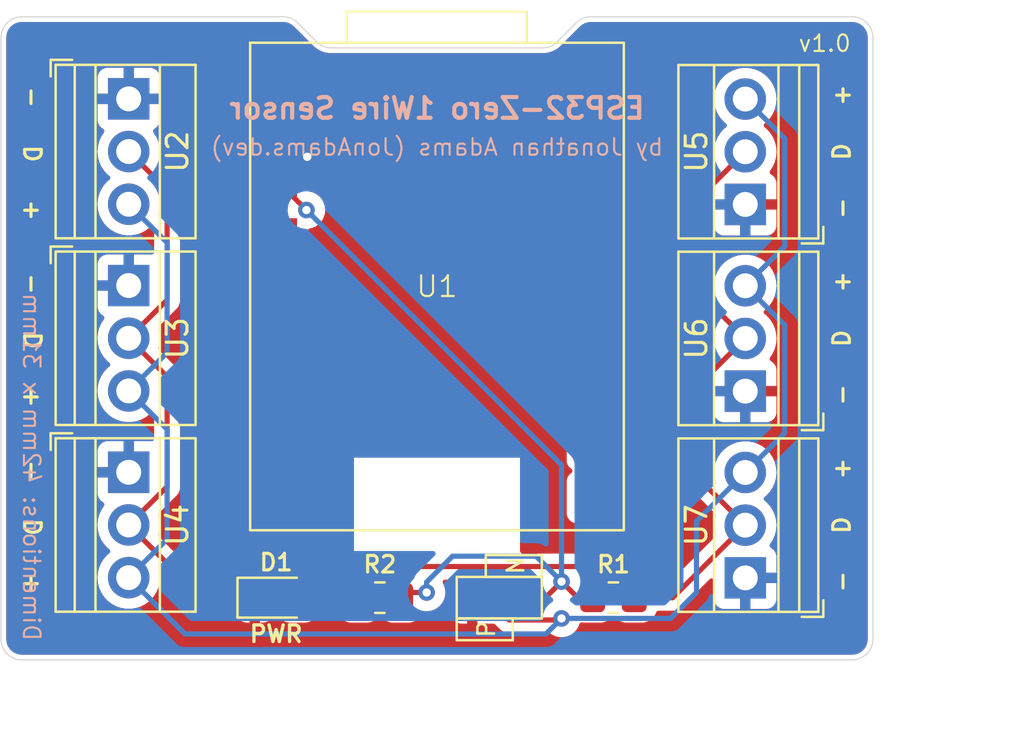
<source format=kicad_pcb>
(kicad_pcb (version 20240108) (generator "pcbnew") (generator_version "8.0")
  (title_block (rev "1.0"))
  (layers (0 "F.Cu" signal) (31 "B.Cu" signal) (34 "B.Paste" user) (35 "F.Paste" user) (36 "B.SilkS" user "B.Silkscreen") (37 "F.SilkS" user "F.Silkscreen") (38 "B.Mask" user) (39 "F.Mask" user) (44 "Edge.Cuts" user))
  (net 0 "")
  (net 1 "+3.3V")
  (net 2 "GND")
  (net 3 "1W_PWR")
  (net 4 "1W_DATA")
  (net 20 "Net-(D1-A)")
  (footprint "Jumper:SolderJumper-3_P1.3mm_Bridged12_Pad1.0x1.5mm_NumberLabels" (layer "F.Cu") (at 123 88.5 180)
    (property "Reference" "JP1" (hide yes))
    (property "Value" "SolderJumper_3_Bridged12")
    (fp_poly (pts (xy -0.9 -0.3) (xy -0.4 -0.3) (xy -0.4 0.3) (xy -0.9 0.3)) (fill solid) (layer "F.Cu"))
    (fp_line (start 2.05 1) (end -2.05 1) (stroke (width 0.12)) (layer "F.SilkS"))
    (fp_line (start 2.05 -1) (end 2.05 1) (stroke (width 0.12)) (layer "F.SilkS"))
    (fp_line (start -2.05 1) (end -2.05 -1) (stroke (width 0.12)) (layer "F.SilkS"))
    (fp_line (start -2.05 -1) (end 2.05 -1) (stroke (width 0.12)) (layer "F.SilkS"))
    (pad "1" smd rect (at -1.3 0 180) (size 1 1.5) (layers "F.Cu" "F.Mask") (net 1 "+3.3V"))
    (pad "2" smd rect (at 0 0 180) (size 1 1.5) (layers "F.Cu" "F.Mask") (net 3 "1W_PWR"))
    (pad "3" smd rect (at 1.3 0 180) (size 1 1.5) (layers "F.Cu" "F.Mask") (net 2 "GND"))
  )
  (footprint "Resistor_SMD:R_0805_2012Metric_Pad1.20x1.40mm_HandSolder" (layer "F.Cu") (at 117.25 88.5 180)
    (property "Reference" "R2" (at 0 1.6 180) (layer "F.SilkS") (effects (font (size 0.8 0.8))))
    (property "Value" "75")
    (fp_line (start -0.227064 0.735) (end 0.227064 0.735) (stroke (width 0.12)) (layer "F.SilkS"))
    (fp_line (start -0.227064 -0.735) (end 0.227064 -0.735) (stroke (width 0.12)) (layer "F.SilkS"))
    (pad "1" smd roundrect (at -1 0 180) (size 1.2 1.4) (layers "F.Cu" "F.Paste" "F.Mask") (roundrect_rratio 0.208333) (net 1 "+3.3V"))
    (pad "2" smd roundrect (at 1 0 180) (size 1.2 1.4) (layers "F.Cu" "F.Paste" "F.Mask") (roundrect_rratio 0.208333) (net 20 "Net-(D1-A)"))
  )
  (footprint "LED_SMD:LED_0805_2012Metric_Pad1.15x1.40mm_HandSolder" (layer "F.Cu") (at 112.25 88.5)
    (property "Reference" "D1" (at 0 -1.7 0) (layer "F.SilkS") (effects (font (size 0.8 0.8))))
    (property "Value" "LED")
    (fp_line (start -1.86 -0.96) (end -1.86 0.96) (stroke (width 0.12)) (layer "F.SilkS"))
    (fp_line (start -1.86 0.96) (end 1 0.96) (stroke (width 0.12)) (layer "F.SilkS"))
    (fp_line (start 1 -0.96) (end -1.86 -0.96) (stroke (width 0.12)) (layer "F.SilkS"))
    (pad "1" smd roundrect (at -1.024999 0) (size 1.15 1.4) (layers "F.Cu" "F.Paste" "F.Mask") (roundrect_rratio 0.217391) (net 2 "GND"))
    (pad "2" smd roundrect (at 1.024999 0) (size 1.15 1.4) (layers "F.Cu" "F.Paste" "F.Mask") (roundrect_rratio 0.217391) (net 20 "Net-(D1-A)"))
  )
  (footprint "TerminalBlock:TerminalBlock_Xinya_XY308-2.54-3P_1x03_P2.54mm_Horizontal" (layer "F.Cu") (at 105.15 73.455 -90)
    (property "Reference" "U3" (at 2.54 -2.35 90) (layer "F.SilkS"))
    (property "Value" "DS18B20")
    (fp_line (start -1.88 3.76) (end -1.08 3.76) (stroke (width 0.12)) (layer "F.SilkS"))
    (fp_line (start -1.64 3.52) (end 6.721 3.52) (stroke (width 0.12)) (layer "F.SilkS"))
    (fp_line (start -1.88 2.72) (end -1.88 3.76) (stroke (width 0.12)) (layer "F.SilkS"))
    (fp_line (start -1.64 2.6) (end 6.721 2.6) (stroke (width 0.12)) (layer "F.SilkS"))
    (fp_line (start -1.64 1.6) (end 6.721 1.6) (stroke (width 0.12)) (layer "F.SilkS"))
    (fp_line (start -1.64 -1.501) (end 6.721 -1.501) (stroke (width 0.12)) (layer "F.SilkS"))
    (fp_line (start -1.64 -3.22) (end -1.64 3.52) (stroke (width 0.12)) (layer "F.SilkS"))
    (fp_line (start -1.64 -3.22) (end 6.721 -3.22) (stroke (width 0.12)) (layer "F.SilkS"))
    (fp_line (start 6.721 -3.22) (end 6.721 3.52) (stroke (width 0.12)) (layer "F.SilkS"))
    (pad "1" thru_hole rect (at 0 0 270) (size 2 2) (drill 1.2) (layers "*.Cu" "*.Mask") (net 2 "GND"))
    (pad "2" thru_hole circle (at 2.54 0 270) (size 2 2) (drill 1.2) (layers "*.Cu" "*.Mask") (net 4 "1W_DATA"))
    (pad "3" thru_hole circle (at 5.08 0 270) (size 2 2) (drill 1.2) (layers "*.Cu" "*.Mask") (net 3 "1W_PWR"))
  )
  (footprint "TerminalBlock:TerminalBlock_Xinya_XY308-2.54-3P_1x03_P2.54mm_Horizontal" (layer "F.Cu") (at 134.85 78.545 90)
    (property "Reference" "U6" (at 2.54 -2.35 -90) (layer "F.SilkS"))
    (property "Value" "DS18B20")
    (fp_line (start 6.721 -3.22) (end 6.721 3.52) (stroke (width 0.12)) (layer "F.SilkS"))
    (fp_line (start -1.64 -3.22) (end 6.721 -3.22) (stroke (width 0.12)) (layer "F.SilkS"))
    (fp_line (start -1.64 -3.22) (end -1.64 3.52) (stroke (width 0.12)) (layer "F.SilkS"))
    (fp_line (start -1.64 -1.501) (end 6.721 -1.501) (stroke (width 0.12)) (layer "F.SilkS"))
    (fp_line (start -1.64 1.6) (end 6.721 1.6) (stroke (width 0.12)) (layer "F.SilkS"))
    (fp_line (start -1.64 2.6) (end 6.721 2.6) (stroke (width 0.12)) (layer "F.SilkS"))
    (fp_line (start -1.88 2.72) (end -1.88 3.76) (stroke (width 0.12)) (layer "F.SilkS"))
    (fp_line (start -1.64 3.52) (end 6.721 3.52) (stroke (width 0.12)) (layer "F.SilkS"))
    (fp_line (start -1.88 3.76) (end -1.08 3.76) (stroke (width 0.12)) (layer "F.SilkS"))
    (pad "1" thru_hole rect (at 0 0 90) (size 2 2) (drill 1.2) (layers "*.Cu" "*.Mask") (net 2 "GND"))
    (pad "2" thru_hole circle (at 2.54 0 90) (size 2 2) (drill 1.2) (layers "*.Cu" "*.Mask") (net 4 "1W_DATA"))
    (pad "3" thru_hole circle (at 5.08 0 90) (size 2 2) (drill 1.2) (layers "*.Cu" "*.Mask") (net 3 "1W_PWR"))
  )
  (footprint "TerminalBlock:TerminalBlock_Xinya_XY308-2.54-3P_1x03_P2.54mm_Horizontal" (layer "F.Cu") (at 134.85 87.545 90)
    (property "Reference" "U7" (at 2.54 -2.35 -90) (layer "F.SilkS"))
    (property "Value" "DS18B20")
    (fp_line (start 6.721 -3.22) (end 6.721 3.52) (stroke (width 0.12)) (layer "F.SilkS"))
    (fp_line (start -1.64 -3.22) (end 6.721 -3.22) (stroke (width 0.12)) (layer "F.SilkS"))
    (fp_line (start -1.64 -3.22) (end -1.64 3.52) (stroke (width 0.12)) (layer "F.SilkS"))
    (fp_line (start -1.64 -1.501) (end 6.721 -1.501) (stroke (width 0.12)) (layer "F.SilkS"))
    (fp_line (start -1.64 1.6) (end 6.721 1.6) (stroke (width 0.12)) (layer "F.SilkS"))
    (fp_line (start -1.64 2.6) (end 6.721 2.6) (stroke (width 0.12)) (layer "F.SilkS"))
    (fp_line (start -1.88 2.72) (end -1.88 3.76) (stroke (width 0.12)) (layer "F.SilkS"))
    (fp_line (start -1.64 3.52) (end 6.721 3.52) (stroke (width 0.12)) (layer "F.SilkS"))
    (fp_line (start -1.88 3.76) (end -1.08 3.76) (stroke (width 0.12)) (layer "F.SilkS"))
    (pad "1" thru_hole rect (at 0 0 90) (size 2 2) (drill 1.2) (layers "*.Cu" "*.Mask") (net 2 "GND"))
    (pad "2" thru_hole circle (at 2.54 0 90) (size 2 2) (drill 1.2) (layers "*.Cu" "*.Mask") (net 4 "1W_DATA"))
    (pad "3" thru_hole circle (at 5.08 0 90) (size 2 2) (drill 1.2) (layers "*.Cu" "*.Mask") (net 3 "1W_PWR"))
  )
  (footprint "Waveshare-ESP32:Waveshare-ESP32-C6-Zero" (layer "F.Cu") (at 120 73.5)
    (property "Reference" "U1" (at 0 0 0) (layer "F.SilkS") (effects (font (thickness 0.1))))
    (property "Value" "~")
    (fp_rect (start -9 -11.75) (end 9 11.75) (stroke (width 0.12)) (fill none) (layer "F.SilkS"))
    (fp_rect (start -4.35 -11.75) (end 4.33 -13.25) (stroke (width 0.1)) (fill none) (layer "F.SilkS"))
    (pad "1" smd rect (at -8.24 -10.16) (size 3 1.5) (layers "F.Cu" "F.Paste" "F.Mask"))
    (pad "2" smd rect (at -8.24 -7.62) (size 3 1.5) (layers "F.Cu" "F.Paste" "F.Mask") (net 2 "GND"))
    (pad "3" smd rect (at -8.24 -5.08) (size 3 1.5) (layers "F.Cu" "F.Paste" "F.Mask") (net 1 "+3.3V"))
    (pad "4" smd rect (at -8.24 -2.54) (size 3 1.5) (layers "F.Cu" "F.Paste" "F.Mask"))
    (pad "5" smd rect (at -8.24 0) (size 3 1.5) (layers "F.Cu" "F.Paste" "F.Mask"))
    (pad "6" smd rect (at -8.24 2.54) (size 3 1.5) (layers "F.Cu" "F.Paste" "F.Mask"))
    (pad "7" smd rect (at -8.24 5.08) (size 3 1.5) (layers "F.Cu" "F.Paste" "F.Mask"))
    (pad "8" smd rect (at -8.24 7.62) (size 3 1.5) (layers "F.Cu" "F.Paste" "F.Mask"))
    (pad "9" smd rect (at -8.24 10.16) (size 3 1.5) (layers "F.Cu" "F.Paste" "F.Mask"))
    (pad "10" smd rect (at 8.25 10.16) (size 3 1.5) (layers "F.Cu" "F.Paste" "F.Mask") (net 4 "1W_DATA"))
    (pad "11" smd rect (at 8.25 7.62) (size 3 1.5) (layers "F.Cu" "F.Paste" "F.Mask"))
    (pad "12" smd rect (at 8.25 5.08) (size 3 1.5) (layers "F.Cu" "F.Paste" "F.Mask"))
    (pad "13" smd rect (at 8.25 2.54) (size 3 1.5) (layers "F.Cu" "F.Paste" "F.Mask"))
    (pad "14" smd rect (at 8.25 0) (size 3 1.5) (layers "F.Cu" "F.Paste" "F.Mask"))
    (pad "15" smd rect (at 8.25 -2.54) (size 3 1.5) (layers "F.Cu" "F.Paste" "F.Mask"))
    (pad "16" smd rect (at 8.25 -5.08) (size 3 1.5) (layers "F.Cu" "F.Paste" "F.Mask"))
    (pad "17" smd rect (at 8.25 -7.62) (size 3 1.5) (layers "F.Cu" "F.Paste" "F.Mask"))
    (pad "18" smd rect (at 8.25 -10.16) (size 3 1.5) (layers "F.Cu" "F.Paste" "F.Mask"))
    (zone (net 0) (net_name "") (layers "*.Cu") (connect_pads (clearance 0)) (min_thickness 0.25)
      (keepout (tracks not_allowed) (vias not_allowed) (pads not_allowed) (copperpour not_allowed) (footprints not_allowed))
      (fill (thermal_gap 0.5) (thermal_bridge_width 0.5))
      (polygon (pts (xy 116 81.75) (xy 124 81.75) (xy 124 86.25) (xy 116 86.25)))
    )
  )
  (footprint "TerminalBlock:TerminalBlock_Xinya_XY308-2.54-3P_1x03_P2.54mm_Horizontal" (layer "F.Cu") (at 105.15 82.455 -90)
    (property "Reference" "U4" (at 2.54 -2.35 90) (layer "F.SilkS"))
    (property "Value" "DS18B20")
    (fp_line (start -1.88 3.76) (end -1.08 3.76) (stroke (width 0.12)) (layer "F.SilkS"))
    (fp_line (start -1.64 3.52) (end 6.721 3.52) (stroke (width 0.12)) (layer "F.SilkS"))
    (fp_line (start -1.88 2.72) (end -1.88 3.76) (stroke (width 0.12)) (layer "F.SilkS"))
    (fp_line (start -1.64 2.6) (end 6.721 2.6) (stroke (width 0.12)) (layer "F.SilkS"))
    (fp_line (start -1.64 1.6) (end 6.721 1.6) (stroke (width 0.12)) (layer "F.SilkS"))
    (fp_line (start -1.64 -1.501) (end 6.721 -1.501) (stroke (width 0.12)) (layer "F.SilkS"))
    (fp_line (start -1.64 -3.22) (end -1.64 3.52) (stroke (width 0.12)) (layer "F.SilkS"))
    (fp_line (start -1.64 -3.22) (end 6.721 -3.22) (stroke (width 0.12)) (layer "F.SilkS"))
    (fp_line (start 6.721 -3.22) (end 6.721 3.52) (stroke (width 0.12)) (layer "F.SilkS"))
    (pad "1" thru_hole rect (at 0 0 270) (size 2 2) (drill 1.2) (layers "*.Cu" "*.Mask") (net 2 "GND"))
    (pad "2" thru_hole circle (at 2.54 0 270) (size 2 2) (drill 1.2) (layers "*.Cu" "*.Mask") (net 4 "1W_DATA"))
    (pad "3" thru_hole circle (at 5.08 0 270) (size 2 2) (drill 1.2) (layers "*.Cu" "*.Mask") (net 3 "1W_PWR"))
  )
  (footprint "Resistor_SMD:R_0805_2012Metric_Pad1.20x1.40mm_HandSolder" (layer "F.Cu") (at 128.5 88.5)
    (property "Reference" "R1" (at 0 -1.6 180) (layer "F.SilkS") (effects (font (size 0.8 0.8))))
    (property "Value" "4k7")
    (fp_line (start -0.227064 -0.735) (end 0.227064 -0.735) (stroke (width 0.12)) (layer "F.SilkS"))
    (fp_line (start -0.227064 0.735) (end 0.227064 0.735) (stroke (width 0.12)) (layer "F.SilkS"))
    (pad "1" smd roundrect (at -1 0) (size 1.2 1.4) (layers "F.Cu" "F.Paste" "F.Mask") (roundrect_rratio 0.208333) (net 1 "+3.3V"))
    (pad "2" smd roundrect (at 1 0) (size 1.2 1.4) (layers "F.Cu" "F.Paste" "F.Mask") (roundrect_rratio 0.208333) (net 4 "1W_DATA"))
  )
  (footprint "TerminalBlock:TerminalBlock_Xinya_XY308-2.54-3P_1x03_P2.54mm_Horizontal" (layer "F.Cu") (at 134.85 69.545 90)
    (property "Reference" "U5" (at 2.545 -2.35 -90) (layer "F.SilkS"))
    (property "Value" "DS18B20")
    (fp_line (start 6.721 -3.22) (end 6.721 3.52) (stroke (width 0.12)) (layer "F.SilkS"))
    (fp_line (start -1.64 -3.22) (end 6.721 -3.22) (stroke (width 0.12)) (layer "F.SilkS"))
    (fp_line (start -1.64 -3.22) (end -1.64 3.52) (stroke (width 0.12)) (layer "F.SilkS"))
    (fp_line (start -1.64 -1.501) (end 6.721 -1.501) (stroke (width 0.12)) (layer "F.SilkS"))
    (fp_line (start -1.64 1.6) (end 6.721 1.6) (stroke (width 0.12)) (layer "F.SilkS"))
    (fp_line (start -1.64 2.6) (end 6.721 2.6) (stroke (width 0.12)) (layer "F.SilkS"))
    (fp_line (start -1.88 2.72) (end -1.88 3.76) (stroke (width 0.12)) (layer "F.SilkS"))
    (fp_line (start -1.64 3.52) (end 6.721 3.52) (stroke (width 0.12)) (layer "F.SilkS"))
    (fp_line (start -1.88 3.76) (end -1.08 3.76) (stroke (width 0.12)) (layer "F.SilkS"))
    (pad "1" thru_hole rect (at 0 0 90) (size 2 2) (drill 1.2) (layers "*.Cu" "*.Mask") (net 2 "GND"))
    (pad "2" thru_hole circle (at 2.54 0 90) (size 2 2) (drill 1.2) (layers "*.Cu" "*.Mask") (net 4 "1W_DATA"))
    (pad "3" thru_hole circle (at 5.08 0 90) (size 2 2) (drill 1.2) (layers "*.Cu" "*.Mask") (net 3 "1W_PWR"))
  )
  (footprint "TerminalBlock:TerminalBlock_Xinya_XY308-2.54-3P_1x03_P2.54mm_Horizontal" (layer "F.Cu") (at 105.15 64.455 -90)
    (property "Reference" "U2" (at 2.54 -2.35 90) (layer "F.SilkS"))
    (property "Value" "DS18B20")
    (fp_line (start -1.88 3.76) (end -1.08 3.76) (stroke (width 0.12)) (layer "F.SilkS"))
    (fp_line (start -1.64 3.52) (end 6.721 3.52) (stroke (width 0.12)) (layer "F.SilkS"))
    (fp_line (start -1.88 2.72) (end -1.88 3.76) (stroke (width 0.12)) (layer "F.SilkS"))
    (fp_line (start -1.64 2.6) (end 6.721 2.6) (stroke (width 0.12)) (layer "F.SilkS"))
    (fp_line (start -1.64 1.6) (end 6.721 1.6) (stroke (width 0.12)) (layer "F.SilkS"))
    (fp_line (start -1.64 -1.501) (end 6.721 -1.501) (stroke (width 0.12)) (layer "F.SilkS"))
    (fp_line (start -1.64 -3.22) (end -1.64 3.52) (stroke (width 0.12)) (layer "F.SilkS"))
    (fp_line (start -1.64 -3.22) (end 6.721 -3.22) (stroke (width 0.12)) (layer "F.SilkS"))
    (fp_line (start 6.721 -3.22) (end 6.721 3.52) (stroke (width 0.12)) (layer "F.SilkS"))
    (pad "1" thru_hole rect (at 0 0 270) (size 2 2) (drill 1.2) (layers "*.Cu" "*.Mask") (net 2 "GND"))
    (pad "2" thru_hole circle (at 2.54 0 270) (size 2 2) (drill 1.2) (layers "*.Cu" "*.Mask") (net 4 "1W_DATA"))
    (pad "3" thru_hole circle (at 5.08 0 270) (size 2 2) (drill 1.2) (layers "*.Cu" "*.Mask") (net 3 "1W_PWR"))
  )
  (gr_poly (pts (xy 122.35 87.5) (xy 122.35 86.45) (xy 125.05 86.45) (xy 125.05 87.5)) (stroke (width 0.12)) (fill none) (layer "F.SilkS"))
  (gr_poly (pts (xy 120.95 90.55) (xy 120.95 89.5) (xy 123.65 89.5) (xy 123.65 90.55)) (stroke (width 0.12)) (fill none) (layer "F.SilkS"))
  (gr_arc (start 100 91.5) (mid 99.292893 91.207107) (end 99 90.5) (stroke (width 0.05)) (layer "Edge.Cuts"))
  (gr_line (start 127.414214 60.5) (end 140 60.5) (stroke (width 0.05)) (layer "Edge.Cuts"))
  (gr_line (start 126.707107 60.792893) (end 125.792893 61.707107) (stroke (width 0.05)) (layer "Edge.Cuts"))
  (gr_arc (start 125.792893 61.707107) (mid 125.468469 61.923875) (end 125.085786 62) (stroke (width 0.05)) (layer "Edge.Cuts"))
  (gr_line (start 141 61.5) (end 141 90.5) (stroke (width 0.05)) (layer "Edge.Cuts"))
  (gr_arc (start 126.707107 60.792893) (mid 127.031531 60.576125) (end 127.414214 60.5) (stroke (width 0.05)) (layer "Edge.Cuts"))
  (gr_arc (start 141 90.5) (mid 140.707107 91.207107) (end 140 91.5) (stroke (width 0.05)) (layer "Edge.Cuts"))
  (gr_line (start 113.292893 60.792893) (end 114.207107 61.707107) (stroke (width 0.05)) (layer "Edge.Cuts"))
  (gr_line (start 99 90.5) (end 99 61.5) (stroke (width 0.05)) (layer "Edge.Cuts"))
  (gr_line (start 125.085786 62) (end 114.914214 62) (stroke (width 0.05)) (layer "Edge.Cuts"))
  (gr_line (start 100 60.5) (end 112.585786 60.5) (stroke (width 0.05)) (layer "Edge.Cuts"))
  (gr_line (start 140 91.5) (end 100 91.5) (stroke (width 0.05)) (layer "Edge.Cuts"))
  (gr_arc (start 112.585786 60.5) (mid 112.968472 60.576116) (end 113.292893 60.792893) (stroke (width 0.05)) (layer "Edge.Cuts"))
  (gr_arc (start 99 61.5) (mid 99.292893 60.792893) (end 100 60.5) (stroke (width 0.05)) (layer "Edge.Cuts"))
  (gr_arc (start 114.914214 62) (mid 114.531528 61.923884) (end 114.207107 61.707107) (stroke (width 0.05)) (layer "Edge.Cuts"))
  (gr_arc (start 140 60.5) (mid 140.707107 60.792893) (end 141 61.5) (stroke (width 0.05)) (layer "Edge.Cuts"))
  (gr_text "ESP32-Zero 1Wire Sensor" (at 120 65.5 0) (layer "B.SilkS") (effects (font (size 1 1) (thickness 0.2) (bold yes)) (justify bottom mirror)))
  (gr_text "Dimentions: 42mm x 31mm" (at 100 73.75 -90) (layer "B.SilkS") (effects (font (size 0.8 0.8) (thickness 0.1)) (justify right bottom mirror)))
  (gr_text "by Jonathan Adams (JonAdams.dev)" (at 120 67.25 0) (layer "B.SilkS") (effects (font (size 0.8 0.8) (thickness 0.1)) (justify bottom mirror)))
  (gr_text "-   D   +" (at 139.5 67 90) (layer "F.SilkS") (effects (font (size 0.8 0.8))))
  (gr_text "v${REVISION}" (at 140 62.25 0) (layer "F.SilkS") (effects (font (size 0.8 0.8) (thickness 0.1)) (justify right bottom)))
  (gr_text "-   D   +" (at 100.5 85.1 -90) (layer "F.SilkS") (effects (font (size 0.8 0.8))))
  (gr_text "-   D   +" (at 100.5 76.1 -90) (layer "F.SilkS") (effects (font (size 0.8 0.8))))
  (gr_text "-   D   +" (at 139.5 76 90) (layer "F.SilkS") (effects (font (size 0.8 0.8))))
  (gr_text "P" (at 122.85 90.5 90) (layer "F.SilkS") (effects (font (size 0.8 0.8) (thickness 0.125) (bold yes)) (justify left bottom)))
  (gr_text "N" (at 123.25 86.45 -90) (layer "F.SilkS") (effects (font (size 0.8 0.8) (thickness 0.125) (bold yes)) (justify left bottom)))
  (gr_text "-   D   +" (at 139.5 85 90) (layer "F.SilkS") (effects (font (size 0.8 0.8))))
  (gr_text "PWR" (at 112.25 90.25 0) (layer "F.SilkS") (effects (font (size 0.8 0.8) (thickness 0.16) (bold yes))))
  (gr_text "-   D   +" (at 100.5 67.1 -90) (layer "F.SilkS") (effects (font (size 0.8 0.8))))
  (segment (start 112.316651 68.42) (end 111.76 68.42) (width 0.25) (layer "F.Cu") (net 1))
  (segment (start 119.5 88.25) (end 118.5 88.25) (width 0.25) (layer "F.Cu") (net 1))
  (segment (start 126.775 88.5) (end 127.5 88.5) (width 0.25) (layer "F.Cu") (net 1))
  (segment (start 113.711547 69.814896) (end 112.316651 68.42) (width 0.25) (layer "F.Cu") (net 1))
  (segment (start 125.225 88.5) (end 126 87.725) (width 0.25) (layer "F.Cu") (net 1))
  (segment (start 124.3 88.5) (end 125.225 88.5) (width 0.25) (layer "F.Cu") (net 1))
  (segment (start 126 87.725) (end 126.775 88.5) (width 0.25) (layer "F.Cu") (net 1))
  (segment (start 118.5 88.25) (end 118.25 88.5) (width 0.25) (layer "F.Cu") (net 1))
  (via (at 126 87.725) (size 0.8) (drill 0.4) (layers "F.Cu" "B.Cu") (net 1))
  (via (at 113.711547 69.814896) (size 0.8) (drill 0.4) (layers "F.Cu" "B.Cu") (net 1))
  (via (at 119.5 88.25) (size 0.8) (drill 0.4) (layers "F.Cu" "B.Cu") (net 1))
  (segment (start 113.711547 69.814896) (end 126 82.103349) (width 0.25) (layer "B.Cu") (net 1))
  (segment (start 126 82.103349) (end 126 87.725) (width 0.25) (layer "B.Cu") (net 1))
  (segment (start 119.5 88.25) (end 119.5 87.75) (width 0.25) (layer "B.Cu") (net 1))
  (segment (start 120.75 86.5) (end 124.775 86.5) (width 0.25) (layer "B.Cu") (net 1))
  (segment (start 124.775 86.5) (end 126 87.725) (width 0.25) (layer "B.Cu") (net 1))
  (segment (start 119.5 87.75) (end 120.75 86.5) (width 0.25) (layer "B.Cu") (net 1))
  (segment (start 105.15 82.455) (end 105.15 81.6) (width 0.25) (layer "F.Cu") (net 2))
  (segment (start 112.38 65.88) (end 113.75 67.25) (width 0.2) (layer "F.Cu") (net 2))
  (segment (start 111.76 65.88) (end 112.38 65.88) (width 0.2) (layer "F.Cu") (net 2))
  (segment (start 112.306427 65.88) (end 111.76 65.88) (width 0.2) (layer "F.Cu") (net 2))
  (via (at 113.75 67.25) (size 0.8) (drill 0.4) (layers "F.Cu" "B.Cu") (net 2))
  (segment (start 125.925 89.575) (end 123.475 89.575) (width 0.25) (layer "F.Cu") (net 3))
  (segment (start 123 89.1) (end 123 88.5) (width 0.25) (layer "F.Cu") (net 3))
  (segment (start 126 89.5) (end 125.925 89.575) (width 0.25) (layer "F.Cu") (net 3))
  (segment (start 123.475 89.575) (end 123 89.1) (width 0.25) (layer "F.Cu") (net 3))
  (via (at 126 89.5) (size 0.8) (drill 0.4) (layers "F.Cu" "B.Cu") (net 3))
  (segment (start 134.85 64.465) (end 136.75 66.365) (width 0.25) (layer "B.Cu") (net 3))
  (segment (start 107 80.385) (end 107 85.685) (width 0.25) (layer "B.Cu") (net 3))
  (segment (start 136.75 66.365) (end 136.75 71.565) (width 0.25) (layer "B.Cu") (net 3))
  (segment (start 136.75 80.565) (end 134.85 82.465) (width 0.25) (layer "B.Cu") (net 3))
  (segment (start 105.15 78.535) (end 107 80.385) (width 0.25) (layer "B.Cu") (net 3))
  (segment (start 132.5 84.815) (end 134.85 82.465) (width 0.25) (layer "B.Cu") (net 3))
  (segment (start 105.15 69.535) (end 107 71.385) (width 0.25) (layer "B.Cu") (net 3))
  (segment (start 134.85 73.465) (end 136.75 75.365) (width 0.25) (layer "B.Cu") (net 3))
  (segment (start 125.25 90.25) (end 107.865 90.25) (width 0.25) (layer "B.Cu") (net 3))
  (segment (start 126 89.5) (end 125.25 90.25) (width 0.25) (layer "B.Cu") (net 3))
  (segment (start 132.5 88.25) (end 132.5 84.815) (width 0.25) (layer "B.Cu") (net 3))
  (segment (start 136.75 75.365) (end 136.75 80.565) (width 0.25) (layer "B.Cu") (net 3))
  (segment (start 107.865 90.25) (end 105.15 87.535) (width 0.25) (layer "B.Cu") (net 3))
  (segment (start 107 71.385) (end 107 76.685) (width 0.25) (layer "B.Cu") (net 3))
  (segment (start 136.75 71.565) (end 134.85 73.465) (width 0.25) (layer "B.Cu") (net 3))
  (segment (start 131.25 89.5) (end 132.5 88.25) (width 0.25) (layer "B.Cu") (net 3))
  (segment (start 107 76.685) (end 105.15 78.535) (width 0.25) (layer "B.Cu") (net 3))
  (segment (start 107 85.685) (end 105.15 87.535) (width 0.25) (layer "B.Cu") (net 3))
  (segment (start 126 89.5) (end 131.25 89.5) (width 0.25) (layer "B.Cu") (net 3))
  (segment (start 107.155 87) (end 128 87) (width 0.25) (layer "F.Cu") (net 4))
  (segment (start 129.5 86.5) (end 129.5 88.5) (width 0.25) (layer "F.Cu") (net 4))
  (segment (start 128 87) (end 129.5 88.5) (width 0.25) (layer "F.Cu") (net 4))
  (segment (start 133 83.155) (end 134.85 85.005) (width 0.25) (layer "F.Cu") (net 4))
  (segment (start 131.355 88.5) (end 129.5 88.5) (width 0.25) (layer "F.Cu") (net 4))
  (segment (start 134.85 67.005) (end 133 68.855) (width 0.25) (layer "F.Cu") (net 4))
  (segment (start 134.85 85.005) (end 131.355 88.5) (width 0.25) (layer "F.Cu") (net 4))
  (segment (start 134.85 76.005) (end 133 77.855) (width 0.25) (layer "F.Cu") (net 4))
  (segment (start 105.15 84.995) (end 107.155 87) (width 0.25) (layer "F.Cu") (net 4))
  (segment (start 133 74.155) (end 134.85 76.005) (width 0.25) (layer "F.Cu") (net 4))
  (segment (start 133 77.855) (end 133 83.155) (width 0.25) (layer "F.Cu") (net 4))
  (segment (start 107 83.145) (end 105.15 84.995) (width 0.25) (layer "F.Cu") (net 4))
  (segment (start 105.15 66.995) (end 107 68.845) (width 0.25) (layer "F.Cu") (net 4))
  (segment (start 105.15 75.995) (end 107 77.845) (width 0.25) (layer "F.Cu") (net 4))
  (segment (start 128.25 85.25) (end 129.5 86.5) (width 0.25) (layer "F.Cu") (net 4))
  (segment (start 107 74.145) (end 105.15 75.995) (width 0.25) (layer "F.Cu") (net 4))
  (segment (start 128.25 83.66) (end 128.25 85.25) (width 0.25) (layer "F.Cu") (net 4))
  (segment (start 107 77.845) (end 107 83.145) (width 0.25) (layer "F.Cu") (net 4))
  (segment (start 107 68.845) (end 107 74.145) (width 0.25) (layer "F.Cu") (net 4))
  (segment (start 133 68.855) (end 133 74.155) (width 0.25) (layer "F.Cu") (net 4))
  (segment (start 113.274999 88.5) (end 116.25 88.5) (width 0.25) (layer "F.Cu") (net 20))
  (zone (net 2) (net_name "GND") (layers "F&B.Cu") (connect_pads (clearance 0.5)) (min_thickness 0.25) (fill yes (thermal_gap 0.5) (thermal_bridge_width 0.5))
    (polygon (pts (xy 99 60.5) (xy 99 91.5) (xy 141 91.5) (xy 141 60.5)))
  )
)
</source>
